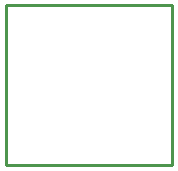
<source format=gko>
G04 Layer: BoardOutlineLayer*
G04 EasyEDA v6.5.22, 2023-01-29 16:20:57*
G04 7520cde8495a43b9bb6cbe3639bf649a,cd312f753a894c7fad135853063bf967,10*
G04 Gerber Generator version 0.2*
G04 Scale: 100 percent, Rotated: No, Reflected: No *
G04 Dimensions in millimeters *
G04 leading zeros omitted , absolute positions ,4 integer and 5 decimal *
%FSLAX45Y45*%
%MOMM*%

%ADD10C,0.2540*%
D10*
X0Y0D02*
G01*
X1409700Y0D01*
X1409700Y-1358900D01*
X0Y-1358900D01*
X0Y0D01*

%LPD*%
M02*

</source>
